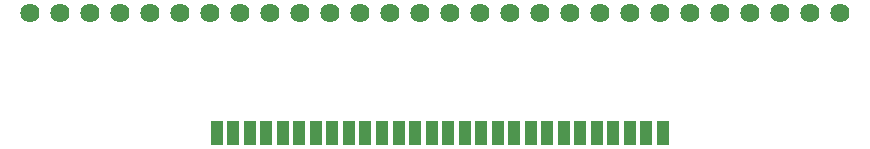
<source format=gts>
G04 Layer: TopSolderMaskLayer*
G04 EasyEDA v6.5.29, 2023-07-21 00:20:02*
G04 ca003af367b04b34b6e468f580e2009c,e855215096054eb7bd5858a7ef804e70,10*
G04 Gerber Generator version 0.2*
G04 Scale: 100 percent, Rotated: No, Reflected: No *
G04 Dimensions in millimeters *
G04 leading zeros omitted , absolute positions ,4 integer and 5 decimal *
%FSLAX45Y45*%
%MOMM*%

%AMMACRO1*1,1,$1,$2,$3*1,1,$1,$4,$5*1,1,$1,0-$2,0-$3*1,1,$1,0-$4,0-$5*20,1,$1,$2,$3,$4,$5,0*20,1,$1,$4,$5,0-$2,0-$3,0*20,1,$1,0-$2,0-$3,0-$4,0-$5,0*20,1,$1,0-$4,0-$5,$2,$3,0*4,1,4,$2,$3,$4,$5,0-$2,0-$3,0-$4,0-$5,$2,$3,0*%
%ADD10C,1.6256*%
%ADD11MACRO1,0.1X-0.5X-1X-0.5X1*%

%LPD*%
D10*
G01*
X406400Y1625600D03*
G01*
X660400Y1625600D03*
G01*
X914400Y1625600D03*
G01*
X1168400Y1625600D03*
G01*
X1422400Y1625600D03*
G01*
X1676400Y1625600D03*
G01*
X1930400Y1625600D03*
G01*
X2184400Y1625600D03*
G01*
X2438400Y1625600D03*
G01*
X2692400Y1625600D03*
G01*
X2946400Y1625600D03*
G01*
X3200400Y1625600D03*
G01*
X3454400Y1625600D03*
G01*
X3708400Y1625600D03*
G01*
X3962400Y1625600D03*
G01*
X4216400Y1625600D03*
G01*
X4470400Y1625600D03*
G01*
X4724400Y1625600D03*
G01*
X4978400Y1625600D03*
G01*
X5232400Y1625600D03*
G01*
X5486400Y1625600D03*
G01*
X5740400Y1625600D03*
G01*
X5994400Y1625600D03*
G01*
X6248400Y1625600D03*
G01*
X6502400Y1625600D03*
G01*
X6756400Y1625600D03*
G01*
X7010400Y1625600D03*
G01*
X7264400Y1625600D03*
D11*
G01*
X5763046Y610049D03*
G01*
X5623046Y610049D03*
G01*
X5483047Y610049D03*
G01*
X4923048Y610049D03*
G01*
X5063048Y610049D03*
G01*
X5203047Y610049D03*
G01*
X5343047Y610049D03*
G01*
X4363450Y609650D03*
G01*
X4223451Y609650D03*
G01*
X4083451Y609650D03*
G01*
X3943451Y609650D03*
G01*
X4503450Y609650D03*
G01*
X4643450Y609650D03*
G01*
X4783449Y609650D03*
G01*
X2823954Y609150D03*
G01*
X2683954Y609150D03*
G01*
X2543954Y609150D03*
G01*
X1983955Y609150D03*
G01*
X2123955Y609150D03*
G01*
X2263955Y609150D03*
G01*
X2403955Y609150D03*
G01*
X3383577Y609539D03*
G01*
X3243552Y609549D03*
G01*
X3103552Y609549D03*
G01*
X2963552Y609549D03*
G01*
X3523551Y609549D03*
G01*
X3663551Y609549D03*
G01*
X3803550Y609549D03*
M02*

</source>
